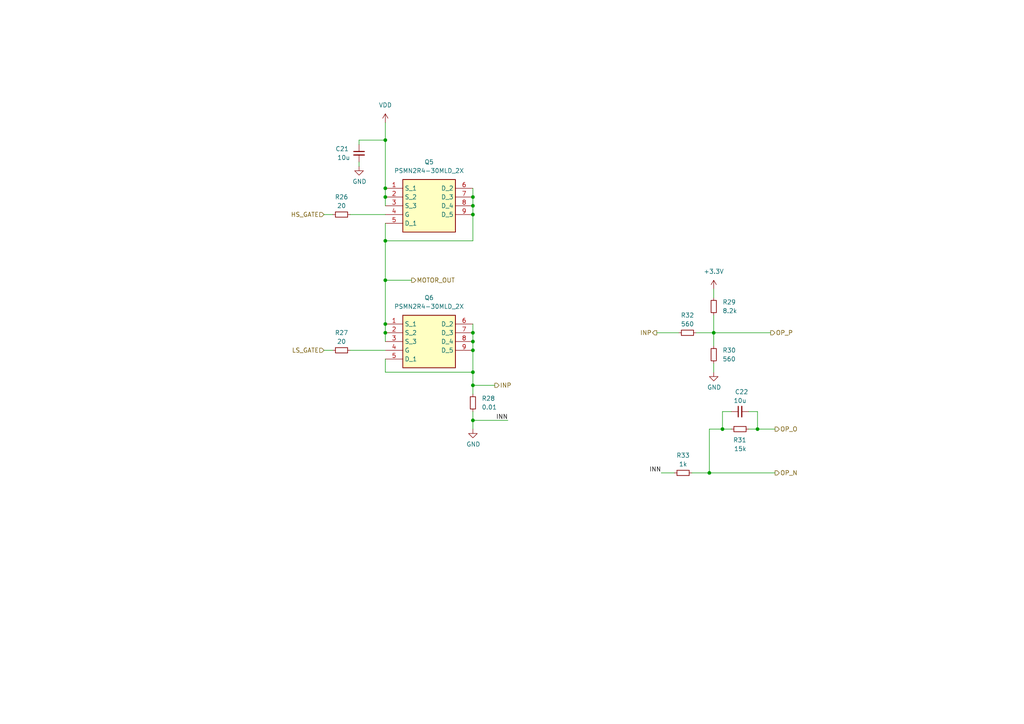
<source format=kicad_sch>
(kicad_sch (version 20231120) (generator "eeschema") (generator_version "8.0")
  (paper "A4")
  (lib_symbols
    (symbol "Device:C_Small" (pin_numbers hide) (pin_names (offset 0.254) hide)
      (property "Reference" "C" (at 0.254 1.778 0))
      (property "Value" "C_Small" (at 0.254 -2.032 0))
      (symbol "C_Small_0_1"
        (polyline (pts (xy -1.524 -0.508) (xy 1.524 -0.508)) (stroke (width 0.3302)))
        (polyline (pts (xy -1.524 0.508) (xy 1.524 0.508)) (stroke (width 0.3048)))
      )
      (symbol "C_Small_1_1"
        (pin passive line (at 0 2.54 270) (length 2.032) (name "~") (number "1"))
        (pin passive line (at 0 -2.54 90) (length 2.032) (name "~") (number "2"))
      )
    )
    (symbol "Device:R_Small" (pin_numbers hide) (pin_names (offset 0.254) hide)
      (property "Reference" "R" (at 0.762 0.508 0))
      (property "Value" "R_Small" (at 0.762 -1.016 0))
      (symbol "R_Small_0_1"
        (rectangle (start -0.762 1.778) (end 0.762 -1.778) (stroke (width 0.2032)))
      )
      (symbol "R_Small_1_1"
        (pin passive line (at 0 2.54 270) (length 0.762) (name "~") (number "1"))
        (pin passive line (at 0 -2.54 90) (length 0.762) (name "~") (number "2"))
      )
    )
    (symbol "mylib:PSMN2R4-30MLD_2X"
      (property "Reference" "Q" (at 21.59 7.62 0))
      (property "Value" "PSMN2R4-30MLD_2X" (at 21.59 5.08 0))
      (symbol "PSMN2R4-30MLD_2X_1_1"
        (rectangle (start 5.08 2.54) (end 20.32 -12.7) (stroke (width 0.254)) (fill (type background)))
        (pin passive line (at 0 0 0) (length 5.08) (name "S_1") (number "1"))
        (pin passive line (at 0 -2.54 0) (length 5.08) (name "S_2") (number "2"))
        (pin passive line (at 0 -5.08 0) (length 5.08) (name "S_3") (number "3"))
        (pin passive line (at 0 -7.62 0) (length 5.08) (name "G") (number "4"))
        (pin passive line (at 0 -10.16 0) (length 5.08) (name "D_1") (number "5"))
        (pin passive line (at 25.4 0 180) (length 5.08) (name "D_2") (number "6"))
        (pin passive line (at 25.4 -2.54 180) (length 5.08) (name "D_3") (number "7"))
        (pin passive line (at 25.4 -5.08 180) (length 5.08) (name "D_4") (number "8"))
        (pin passive line (at 25.4 -7.62 180) (length 5.08) (name "D_5") (number "9"))
      )
    )
    (symbol "power:+3.3V" (power) (pin_names (offset 0))
      (property "Value" "+3.3V" (at 0 3.556 0))
      (symbol "+3.3V_0_1"
        (polyline (pts (xy -0.762 1.27) (xy 0 2.54)))
        (polyline (pts (xy 0 0) (xy 0 2.54)))
        (polyline (pts (xy 0 2.54) (xy 0.762 1.27)))
      )
      (symbol "+3.3V_1_1"
        (pin power_in line (at 0 0 90) (length 0) hide (name "+3.3V") (number "1"))
      )
    )
    (symbol "power:GND" (power) (pin_names (offset 0))
      (property "Value" "GND" (at 0 -3.81 0))
      (symbol "GND_0_1"
        (polyline (pts (xy 0 0) (xy 0 -1.27) (xy 1.27 -1.27) (xy 0 -2.54) (xy -1.27 -1.27) (xy 0 -1.27)))
      )
      (symbol "GND_1_1"
        (pin power_in line (at 0 0 270) (length 0) hide (name "GND") (number "1"))
      )
    )
    (symbol "power:VDD" (power) (pin_numbers hide) (pin_names (offset 0) hide)
      (property "Value" "VDD" (at 0 3.556 0))
      (symbol "VDD_0_1"
        (polyline (pts (xy -0.762 1.27) (xy 0 2.54)))
        (polyline (pts (xy 0 0) (xy 0 2.54)))
        (polyline (pts (xy 0 2.54) (xy 0.762 1.27)))
      )
      (symbol "VDD_1_1"
        (pin power_in line (at 0 0 90) (length 0) (name "~") (number "1"))
      )
    )
  )
  (junction (at 137.16 101.6))
  (junction (at 205.74 137.16))
  (junction (at 137.16 59.69))
  (junction (at 111.76 81.28))
  (junction (at 137.16 121.92))
  (junction (at 219.71 124.46))
  (junction (at 137.16 57.15))
  (junction (at 137.16 62.23))
  (junction (at 111.76 69.85))
  (junction (at 111.76 96.52))
  (junction (at 137.16 111.76))
  (junction (at 137.16 99.06))
  (junction (at 137.16 96.52))
  (junction (at 111.76 93.98))
  (junction (at 111.76 57.15))
  (junction (at 207.01 96.52))
  (junction (at 111.76 54.61))
  (junction (at 209.55 124.46))
  (junction (at 111.76 40.64))
  (junction (at 137.16 107.95))
  (wire (pts (xy 219.71 124.46) (xy 224.79 124.46)))
  (wire (pts (xy 207.01 91.44) (xy 207.01 96.52)))
  (wire (pts (xy 137.16 121.92) (xy 137.16 124.46)))
  (wire (pts (xy 205.74 124.46) (xy 205.74 137.16)))
  (wire (pts (xy 101.6 62.23) (xy 111.76 62.23)))
  (wire (pts (xy 201.93 96.52) (xy 207.01 96.52)))
  (wire (pts (xy 111.76 64.77) (xy 111.76 69.85)))
  (wire (pts (xy 207.01 96.52) (xy 223.52 96.52)))
  (wire (pts (xy 209.55 124.46) (xy 205.74 124.46)))
  (wire (pts (xy 212.09 119.38) (xy 209.55 119.38)))
  (wire (pts (xy 137.16 54.61) (xy 137.16 57.15)))
  (wire (pts (xy 137.16 93.98) (xy 137.16 96.52)))
  (wire (pts (xy 137.16 69.85) (xy 111.76 69.85)))
  (wire (pts (xy 137.16 111.76) (xy 137.16 114.3)))
  (wire (pts (xy 93.98 62.23) (xy 96.52 62.23)))
  (wire (pts (xy 119.38 81.28) (xy 111.76 81.28)))
  (wire (pts (xy 111.76 57.15) (xy 111.76 59.69)))
  (wire (pts (xy 111.76 93.98) (xy 111.76 96.52)))
  (wire (pts (xy 147.32 121.92) (xy 137.16 121.92)))
  (wire (pts (xy 137.16 62.23) (xy 137.16 69.85)))
  (wire (pts (xy 143.51 111.76) (xy 137.16 111.76)))
  (wire (pts (xy 104.14 41.91) (xy 104.14 40.64)))
  (wire (pts (xy 219.71 119.38) (xy 217.17 119.38)))
  (wire (pts (xy 137.16 101.6) (xy 137.16 107.95)))
  (wire (pts (xy 111.76 81.28) (xy 111.76 93.98)))
  (wire (pts (xy 191.77 137.16) (xy 195.58 137.16)))
  (wire (pts (xy 111.76 107.95) (xy 137.16 107.95)))
  (wire (pts (xy 137.16 96.52) (xy 137.16 99.06)))
  (wire (pts (xy 207.01 107.95) (xy 207.01 105.41)))
  (wire (pts (xy 137.16 121.92) (xy 137.16 119.38)))
  (wire (pts (xy 137.16 99.06) (xy 137.16 101.6)))
  (wire (pts (xy 212.09 124.46) (xy 209.55 124.46)))
  (wire (pts (xy 137.16 57.15) (xy 137.16 59.69)))
  (wire (pts (xy 200.66 137.16) (xy 205.74 137.16)))
  (wire (pts (xy 190.5 96.52) (xy 196.85 96.52)))
  (wire (pts (xy 209.55 119.38) (xy 209.55 124.46)))
  (wire (pts (xy 93.98 101.6) (xy 96.52 101.6)))
  (wire (pts (xy 205.74 137.16) (xy 224.79 137.16)))
  (wire (pts (xy 111.76 104.14) (xy 111.76 107.95)))
  (wire (pts (xy 104.14 40.64) (xy 111.76 40.64)))
  (wire (pts (xy 219.71 119.38) (xy 219.71 124.46)))
  (wire (pts (xy 104.14 46.99) (xy 104.14 48.26)))
  (wire (pts (xy 111.76 69.85) (xy 111.76 81.28)))
  (wire (pts (xy 111.76 96.52) (xy 111.76 99.06)))
  (wire (pts (xy 111.76 40.64) (xy 111.76 54.61)))
  (wire (pts (xy 111.76 35.56) (xy 111.76 40.64)))
  (wire (pts (xy 217.17 124.46) (xy 219.71 124.46)))
  (wire (pts (xy 101.6 101.6) (xy 111.76 101.6)))
  (wire (pts (xy 111.76 54.61) (xy 111.76 57.15)))
  (wire (pts (xy 137.16 107.95) (xy 137.16 111.76)))
  (wire (pts (xy 137.16 59.69) (xy 137.16 62.23)))
  (wire (pts (xy 207.01 96.52) (xy 207.01 100.33)))
  (wire (pts (xy 207.01 86.36) (xy 207.01 83.82)))
  (label "INN" (at 147.32 121.92 180))
  (label "INN" (at 191.77 137.16 180))
  (hierarchical_label "INP" (shape output) (at 190.5 96.52 180))
  (hierarchical_label "HS_GATE" (shape input) (at 93.98 62.23 180))
  (hierarchical_label "OP_P" (shape output) (at 223.52 96.52 0))
  (hierarchical_label "LS_GATE" (shape input) (at 93.98 101.6 180))
  (hierarchical_label "INP" (shape output) (at 143.51 111.76 0))
  (hierarchical_label "OP_N" (shape output) (at 224.79 137.16 0))
  (hierarchical_label "MOTOR_OUT" (shape output) (at 119.38 81.28 0))
  (hierarchical_label "OP_O" (shape output) (at 224.79 124.46 0))
  (symbol (lib_id "power:GND") (at 104.14 48.26 0) (unit 1)
    (property "Reference" "#PWR039" (effects (hide yes)))
    (property "Value" "GND" (at 104.267 52.6542 0))
    (instances (project "blmd" (path "" (reference "#PWR039") (unit 1)) (path "" (reference "#PWR034") (unit 1)) (path "" (reference "#PWR029") (unit 1))))
  )
  (symbol (lib_id "Device:R_Small") (at 207.01 102.87 0) (unit 1)
    (property "Reference" "R30" (at 209.55 101.5999 0) (effects (justify left)))
    (property "Value" "560" (at 209.55 104.1399 0) (effects (justify left)))
    (property "Footprint" "Resistor_SMD:R_0201_0603Metric" (effects (hide yes)))
    (instances (project "blmd" (path "" (reference "R30") (unit 1)) (path "" (reference "R22") (unit 1)) (path "" (reference "R14") (unit 1))))
  )
  (symbol (lib_id "Device:R_Small") (at 214.63 124.46 90) (mirror x) (unit 1)
    (property "Reference" "R31" (at 216.535 127.6349 90) (effects (justify left)))
    (property "Value" "15k" (at 216.535 130.1749 90) (effects (justify left)))
    (property "Footprint" "Resistor_SMD:R_0201_0603Metric" (effects (hide yes)))
    (instances (project "blmd" (path "" (reference "R31") (unit 1)) (path "" (reference "R23") (unit 1)) (path "" (reference "R15") (unit 1))))
  )
  (symbol (lib_id "Device:R_Small") (at 99.06 101.6 90) (unit 1)
    (property "Reference" "R27" (at 99.06 96.52 90))
    (property "Value" "20" (at 99.06 99.06 90))
    (property "Footprint" "Resistor_SMD:R_0402_1005Metric" (effects (hide yes)))
    (instances (project "blmd" (path "" (reference "R27") (unit 1)) (path "" (reference "R19") (unit 1)) (path "" (reference "R11") (unit 1))))
  )
  (symbol (lib_id "mylib:PSMN2R4-30MLD_2X") (at 111.76 93.98 0) (unit 1)
    (property "Reference" "Q6" (at 124.46 86.36 0))
    (property "Value" "PSMN2R4-30MLD_2X" (at 124.46 88.9 0))
    (property "Footprint" "PSMN02030MLCX" (effects (hide yes)))
    (property "Datasheet" "https://assets.nexperia.com/documents/data-sheet/PSMN2R4-30MLD.pdf" (effects (hide yes)))
    (property "Description" "PSMN2R4-30MLD - N-channel 30 V, 2.4 m logic level MOSFET in LFPAK33 using NextPowerS3 Technology@en-us" (effects (hide yes)))
    (property "Height" "0.9" (effects (hide yes)))
    (property "Manufacturer_Name" "Nexperia" (effects (hide yes)))
    (property "Manufacturer_Part_Number" "PSMN2R4-30MLD/2X" (effects (hide yes)))
    (instances (project "blmd" (path "" (reference "Q6") (unit 1)) (path "" (reference "Q4") (unit 1)) (path "" (reference "Q2") (unit 1))))
  )
  (symbol (lib_id "power:VDD") (at 111.76 35.56 0) (unit 1)
    (property "Reference" "#PWR040" (effects (hide yes)))
    (property "Value" "VDD" (at 111.76 30.48 0))
    (property "Description" "Power symbol creates a global label with name \"VDD\"" (effects (hide yes)))
    (instances (project "blmd" (path "" (reference "#PWR040") (unit 1)) (path "" (reference "#PWR035") (unit 1)) (path "" (reference "#PWR030") (unit 1))))
  )
  (symbol (lib_id "Device:R_Small") (at 207.01 88.9 0) (unit 1)
    (property "Reference" "R29" (at 209.55 87.6299 0) (effects (justify left)))
    (property "Value" "8.2k" (at 209.55 90.1699 0) (effects (justify left)))
    (property "Footprint" "Resistor_SMD:R_0201_0603Metric" (effects (hide yes)))
    (instances (project "blmd" (path "" (reference "R29") (unit 1)) (path "" (reference "R21") (unit 1)) (path "" (reference "R13") (unit 1))))
  )
  (symbol (lib_id "Device:R_Small") (at 198.12 137.16 90) (unit 1)
    (property "Reference" "R33" (at 198.12 132.08 90))
    (property "Value" "1k" (at 198.12 134.62 90))
    (property "Footprint" "Resistor_SMD:R_0201_0603Metric" (effects (hide yes)))
    (instances (project "blmd" (path "" (reference "R33") (unit 1)) (path "" (reference "R25") (unit 1)) (path "" (reference "R17") (unit 1))))
  )
  (symbol (lib_id "power:GND") (at 137.16 124.46 0) (unit 1)
    (property "Reference" "#PWR041" (effects (hide yes)))
    (property "Value" "GND" (at 137.287 128.8542 0))
    (instances (project "blmd" (path "" (reference "#PWR041") (unit 1)) (path "" (reference "#PWR036") (unit 1)) (path "" (reference "#PWR031") (unit 1))))
  )
  (symbol (lib_id "Device:R_Small") (at 137.16 116.84 180) (unit 1)
    (property "Reference" "R28" (at 139.7 115.5699 0) (effects (justify right)))
    (property "Value" "0.01" (at 139.7 118.1099 0) (effects (justify right)))
    (property "Footprint" "Resistor_SMD:R_0805_2012Metric" (effects (hide yes)))
    (instances (project "blmd" (path "" (reference "R28") (unit 1)) (path "" (reference "R20") (unit 1)) (path "" (reference "R12") (unit 1))))
  )
  (symbol (lib_id "Device:R_Small") (at 99.06 62.23 90) (unit 1)
    (property "Reference" "R26" (at 99.06 57.15 90))
    (property "Value" "20" (at 99.06 59.69 90))
    (property "Footprint" "Resistor_SMD:R_0402_1005Metric" (effects (hide yes)))
    (instances (project "blmd" (path "" (reference "R26") (unit 1)) (path "" (reference "R18") (unit 1)) (path "" (reference "R10") (unit 1))))
  )
  (symbol (lib_id "Device:C_Small") (at 214.63 119.38 90) (mirror x) (unit 1)
    (property "Reference" "C22" (at 217.043 113.665 90) (effects (justify left)))
    (property "Value" "10u" (at 216.535 116.205 90) (effects (justify left)))
    (property "Footprint" "Capacitor_SMD:C_0402_1005Metric" (effects (hide yes)))
    (instances (project "blmd" (path "" (reference "C22") (unit 1)) (path "" (reference "C20") (unit 1)) (path "" (reference "C18") (unit 1))))
  )
  (symbol (lib_id "power:+3.3V") (at 207.01 83.82 0) (unit 1)
    (property "Reference" "#PWR042" (effects (hide yes)))
    (property "Value" "+3.3V" (at 207.01 78.74 0))
    (instances (project "blmd" (path "" (reference "#PWR042") (unit 1)) (path "" (reference "#PWR037") (unit 1)) (path "" (reference "#PWR032") (unit 1))))
  )
  (symbol (lib_id "Device:C_Small") (at 104.14 44.45 0) (unit 1)
    (property "Reference" "C21" (at 97.282 43.18 0) (effects (justify left)))
    (property "Value" "10u" (at 97.79 45.72 0) (effects (justify left)))
    (property "Footprint" "Capacitor_SMD:C_0805_2012Metric" (effects (hide yes)))
    (instances (project "blmd" (path "" (reference "C21") (unit 1)) (path "" (reference "C19") (unit 1)) (path "" (reference "C17") (unit 1))))
  )
  (symbol (lib_id "Device:R_Small") (at 199.39 96.52 270) (unit 1)
    (property "Reference" "R32" (at 199.39 91.44 90))
    (property "Value" "560" (at 199.39 93.98 90))
    (property "Footprint" "Resistor_SMD:R_0201_0603Metric" (effects (hide yes)))
    (instances (project "blmd" (path "" (reference "R32") (unit 1)) (path "" (reference "R24") (unit 1)) (path "" (reference "R16") (unit 1))))
  )
  (symbol (lib_id "power:GND") (at 207.01 107.95 0) (unit 1)
    (property "Reference" "#PWR043" (effects (hide yes)))
    (property "Value" "GND" (at 207.137 112.3442 0))
    (instances (project "blmd" (path "" (reference "#PWR043") (unit 1)) (path "" (reference "#PWR038") (unit 1)) (path "" (reference "#PWR033") (unit 1))))
  )
  (symbol (lib_id "mylib:PSMN2R4-30MLD_2X") (at 111.76 54.61 0) (unit 1)
    (property "Reference" "Q5" (at 124.46 46.99 0))
    (property "Value" "PSMN2R4-30MLD_2X" (at 124.46 49.53 0))
    (property "Footprint" "PSMN02030MLCX" (effects (hide yes)))
    (property "Datasheet" "https://assets.nexperia.com/documents/data-sheet/PSMN2R4-30MLD.pdf" (effects (hide yes)))
    (property "Description" "PSMN2R4-30MLD - N-channel 30 V, 2.4 m logic level MOSFET in LFPAK33 using NextPowerS3 Technology@en-us" (effects (hide yes)))
    (property "Height" "0.9" (effects (hide yes)))
    (property "Manufacturer_Name" "Nexperia" (effects (hide yes)))
    (property "Manufacturer_Part_Number" "PSMN2R4-30MLD/2X" (effects (hide yes)))
    (instances (project "blmd" (path "" (reference "Q5") (unit 1)) (path "" (reference "Q3") (unit 1)) (path "" (reference "Q1") (unit 1))))
  )
)
</source>
